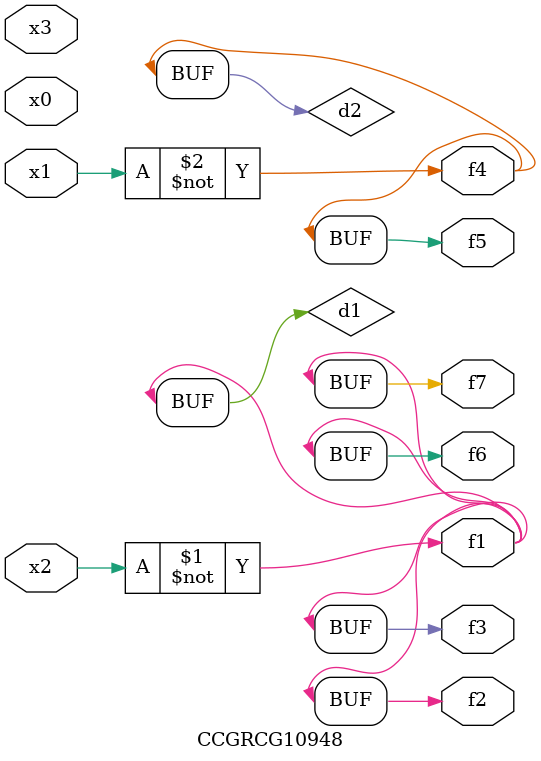
<source format=v>
module CCGRCG10948(
	input x0, x1, x2, x3,
	output f1, f2, f3, f4, f5, f6, f7
);

	wire d1, d2;

	xnor (d1, x2);
	not (d2, x1);
	assign f1 = d1;
	assign f2 = d1;
	assign f3 = d1;
	assign f4 = d2;
	assign f5 = d2;
	assign f6 = d1;
	assign f7 = d1;
endmodule

</source>
